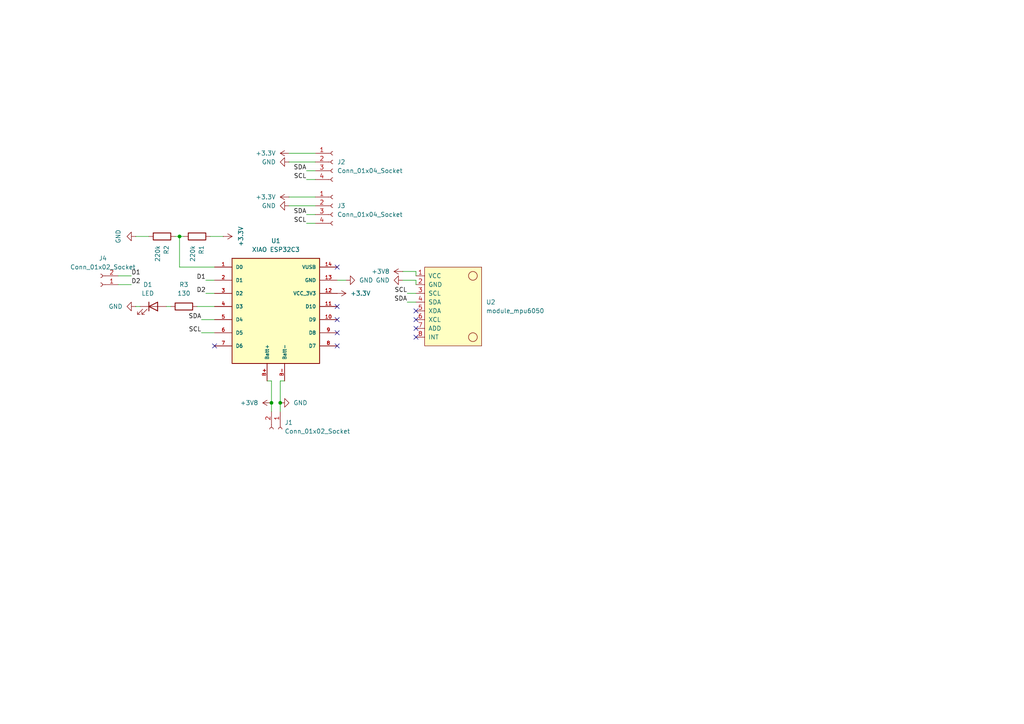
<source format=kicad_sch>
(kicad_sch (version 20231120) (generator "eeschema") (generator_version "8.0")
  (paper "A4")
  (lib_symbols
    (symbol "Connector:Conn_01x02_Socket" (pin_names (offset 1.016) hide)
      (property "Reference" "J" (at 0 2.54 0))
      (property "Value" "Conn_01x02_Socket" (at 0 -5.08 0))
      (symbol "Conn_01x02_Socket_1_1"
        (arc (start 0 -2.032) (mid -0.5058 -2.54) (end 0 -3.048) (stroke (width 0.1524)))
        (polyline (pts (xy -1.27 -2.54) (xy -0.508 -2.54)) (stroke (width 0.1524)))
        (polyline (pts (xy -1.27 0) (xy -0.508 0)) (stroke (width 0.1524)))
        (arc (start 0 0.508) (mid -0.5058 0) (end 0 -0.508) (stroke (width 0.1524)))
        (pin passive line (at -5.08 0 0) (length 3.81) (name "Pin_1") (number "1"))
        (pin passive line (at -5.08 -2.54 0) (length 3.81) (name "Pin_2") (number "2"))
      )
    )
    (symbol "Connector:Conn_01x04_Socket" (pin_names (offset 1.016) hide)
      (property "Reference" "J" (at 0 5.08 0))
      (property "Value" "Conn_01x04_Socket" (at 0 -7.62 0))
      (symbol "Conn_01x04_Socket_1_1"
        (arc (start 0 -4.572) (mid -0.5058 -5.08) (end 0 -5.588) (stroke (width 0.1524)))
        (arc (start 0 -2.032) (mid -0.5058 -2.54) (end 0 -3.048) (stroke (width 0.1524)))
        (polyline (pts (xy -1.27 -5.08) (xy -0.508 -5.08)) (stroke (width 0.1524)))
        (polyline (pts (xy -1.27 -2.54) (xy -0.508 -2.54)) (stroke (width 0.1524)))
        (polyline (pts (xy -1.27 0) (xy -0.508 0)) (stroke (width 0.1524)))
        (polyline (pts (xy -1.27 2.54) (xy -0.508 2.54)) (stroke (width 0.1524)))
        (arc (start 0 0.508) (mid -0.5058 0) (end 0 -0.508) (stroke (width 0.1524)))
        (arc (start 0 3.048) (mid -0.5058 2.54) (end 0 2.032) (stroke (width 0.1524)))
        (pin passive line (at -5.08 2.54 0) (length 3.81) (name "Pin_1") (number "1"))
        (pin passive line (at -5.08 0 0) (length 3.81) (name "Pin_2") (number "2"))
        (pin passive line (at -5.08 -2.54 0) (length 3.81) (name "Pin_3") (number "3"))
        (pin passive line (at -5.08 -5.08 0) (length 3.81) (name "Pin_4") (number "4"))
      )
    )
    (symbol "Device:LED" (pin_numbers hide) (pin_names (offset 1.016) hide)
      (property "Reference" "D" (at 0 2.54 0))
      (property "Value" "LED" (at 0 -2.54 0))
      (symbol "LED_0_1"
        (polyline (pts (xy -1.27 -1.27) (xy -1.27 1.27)) (stroke (width 0.254)))
        (polyline (pts (xy -1.27 0) (xy 1.27 0)))
        (polyline (pts (xy 1.27 -1.27) (xy 1.27 1.27) (xy -1.27 0) (xy 1.27 -1.27)) (stroke (width 0.254)))
        (polyline (pts (xy -3.048 -0.762) (xy -4.572 -2.286) (xy -3.81 -2.286) (xy -4.572 -2.286) (xy -4.572 -1.524)))
        (polyline (pts (xy -1.778 -0.762) (xy -3.302 -2.286) (xy -2.54 -2.286) (xy -3.302 -2.286) (xy -3.302 -1.524)))
      )
      (symbol "LED_1_1"
        (pin passive line (at -3.81 0 0) (length 2.54) (name "K") (number "1"))
        (pin passive line (at 3.81 0 180) (length 2.54) (name "A") (number "2"))
      )
    )
    (symbol "Device:R" (pin_numbers hide) (pin_names (offset 0))
      (property "Reference" "R" (at 2.032 0 90))
      (property "Value" "R" (at 0 0 90))
      (symbol "R_0_1"
        (rectangle (start -1.016 -2.54) (end 1.016 2.54) (stroke (width 0.254)))
      )
      (symbol "R_1_1"
        (pin passive line (at 0 3.81 270) (length 1.27) (name "~") (number "1"))
        (pin passive line (at 0 -3.81 90) (length 1.27) (name "~") (number "2"))
      )
    )
    (symbol "power:+3.3V" (power) (pin_numbers hide) (pin_names (offset 0) hide)
      (property "Value" "+3.3V" (at 0 3.556 0))
      (symbol "+3.3V_0_1"
        (polyline (pts (xy -0.762 1.27) (xy 0 2.54)))
        (polyline (pts (xy 0 0) (xy 0 2.54)))
        (polyline (pts (xy 0 2.54) (xy 0.762 1.27)))
      )
      (symbol "+3.3V_1_1"
        (pin power_in line (at 0 0 90) (length 0) (name "~") (number "1"))
      )
    )
    (symbol "power:+3V8" (power) (pin_numbers hide) (pin_names (offset 0) hide)
      (property "Value" "+3V8" (at 0 3.556 0))
      (symbol "+3V8_0_1"
        (polyline (pts (xy -0.762 1.27) (xy 0 2.54)))
        (polyline (pts (xy 0 0) (xy 0 2.54)))
        (polyline (pts (xy 0 2.54) (xy 0.762 1.27)))
      )
      (symbol "+3V8_1_1"
        (pin power_in line (at 0 0 90) (length 0) (name "~") (number "1"))
      )
    )
    (symbol "power:GND" (power) (pin_numbers hide) (pin_names (offset 0) hide)
      (property "Value" "GND" (at 0 -3.81 0))
      (symbol "GND_0_1"
        (polyline (pts (xy 0 0) (xy 0 -1.27) (xy 1.27 -1.27) (xy 0 -2.54) (xy -1.27 -1.27) (xy 0 -1.27)))
      )
      (symbol "GND_1_1"
        (pin power_in line (at 0 0 270) (length 0) (name "~") (number "1"))
      )
    )
    (symbol "usini_sensors:module_mpu6050" (pin_names (offset 1.016))
      (property "Reference" "U" (at 2.54 21.59 0))
      (property "Value" "module_mpu6050" (at 11.43 -3.81 0))
      (symbol "module_mpu6050_0_1"
        (rectangle (start 2.54 20.32) (end 19.05 -2.54) (fill (type background)))
        (circle (center 16.51 0) (radius 1.27))
        (circle (center 16.51 17.78) (radius 1.27))
      )
      (symbol "module_mpu6050_1_1"
        (pin input line (at 0 17.78 0) (length 2.54) (name "VCC") (number "1"))
        (pin input line (at 0 15.24 0) (length 2.54) (name "GND") (number "2"))
        (pin input line (at 0 12.7 0) (length 2.54) (name "SCL") (number "3"))
        (pin input line (at 0 10.16 0) (length 2.54) (name "SDA") (number "4"))
        (pin input line (at 0 7.62 0) (length 2.54) (name "XDA") (number "5"))
        (pin input line (at 0 5.08 0) (length 2.54) (name "XCL") (number "6"))
        (pin input line (at 0 2.54 0) (length 2.54) (name "ADD") (number "7"))
        (pin input line (at 0 0 0) (length 2.54) (name "INT") (number "8"))
      )
    )
    (symbol "xiao_esp32c3:XIAO ESP32C3" (pin_names (offset 1.016))
      (property "Reference" "U" (at -12.7 16.002 0))
      (property "Value" "XIAO ESP32C3" (at 7.62 -19.05 0))
      (symbol "XIAO ESP32C3_0_0"
        (rectangle (start -12.7 15.24) (end 12.7 -15.24) (stroke (width 0.254)) (fill (type background)))
        (pin bidirectional line (at -17.78 12.7 0) (length 5.08) (name "D0") (number "1"))
        (pin bidirectional line (at 17.78 -2.54 180) (length 5.08) (name "D9") (number "10"))
        (pin bidirectional line (at 17.78 1.27 180) (length 5.08) (name "D10") (number "11"))
        (pin power_in line (at 17.78 5.08 180) (length 5.08) (name "VCC_3V3") (number "12"))
        (pin power_in line (at 17.78 8.89 180) (length 5.08) (name "GND") (number "13"))
        (pin power_in line (at 17.78 12.7 180) (length 5.08) (name "VUSB") (number "14"))
        (pin bidirectional line (at -17.78 8.89 0) (length 5.08) (name "D1") (number "2"))
        (pin bidirectional line (at -17.78 5.08 0) (length 5.08) (name "D2") (number "3"))
        (pin bidirectional line (at -17.78 1.27 0) (length 5.08) (name "D3") (number "4"))
        (pin bidirectional line (at -17.78 -2.54 0) (length 5.08) (name "D4") (number "5"))
        (pin bidirectional line (at -17.78 -6.35 0) (length 5.08) (name "D5") (number "6"))
        (pin bidirectional line (at 17.78 -6.35 180) (length 5.08) (name "D8") (number "9"))
      )
      (symbol "XIAO ESP32C3_1_0"
        (pin bidirectional line (at -17.78 -10.16 0) (length 5.08) (name "D6") (number "7"))
        (pin bidirectional line (at 17.78 -10.16 180) (length 5.08) (name "D7") (number "8"))
        (pin power_in line (at -2.54 -20.32 90) (length 5.08) (name "Batt+") (number "B+"))
        (pin power_in line (at 2.54 -20.32 90) (length 5.08) (name "Batt-") (number "B-"))
      )
    )
  )
  (junction (at 78.74 116.84))
  (junction (at 81.28 116.84))
  (junction (at 52.07 68.58))
  (no_connect (at 97.79 77.47))
  (no_connect (at 97.79 92.71))
  (no_connect (at 97.79 88.9))
  (no_connect (at 97.79 96.52))
  (no_connect (at 120.65 97.79))
  (no_connect (at 97.79 100.33))
  (no_connect (at 62.23 100.33))
  (no_connect (at 120.65 95.25))
  (no_connect (at 120.65 90.17))
  (no_connect (at 120.65 92.71))
  (wire (pts (xy 52.07 77.47) (xy 62.23 77.47)))
  (wire (pts (xy 58.42 96.52) (xy 62.23 96.52)))
  (wire (pts (xy 57.15 88.9) (xy 62.23 88.9)))
  (wire (pts (xy 81.28 110.49) (xy 82.55 110.49)))
  (wire (pts (xy 88.9 52.07) (xy 91.44 52.07)))
  (wire (pts (xy 83.82 59.69) (xy 91.44 59.69)))
  (wire (pts (xy 78.74 110.49) (xy 78.74 116.84)))
  (wire (pts (xy 59.69 81.28) (xy 62.23 81.28)))
  (wire (pts (xy 78.74 110.49) (xy 77.47 110.49)))
  (wire (pts (xy 50.8 68.58) (xy 52.07 68.58)))
  (wire (pts (xy 97.79 81.28) (xy 100.33 81.28)))
  (wire (pts (xy 116.84 81.28) (xy 120.65 81.28)))
  (wire (pts (xy 118.11 85.09) (xy 120.65 85.09)))
  (wire (pts (xy 120.65 81.28) (xy 120.65 82.55)))
  (wire (pts (xy 83.82 46.99) (xy 91.44 46.99)))
  (wire (pts (xy 39.37 68.58) (xy 43.18 68.58)))
  (wire (pts (xy 64.77 68.58) (xy 60.96 68.58)))
  (wire (pts (xy 88.9 64.77) (xy 91.44 64.77)))
  (wire (pts (xy 81.28 116.84) (xy 81.28 110.49)))
  (wire (pts (xy 52.07 68.58) (xy 53.34 68.58)))
  (wire (pts (xy 83.82 44.45) (xy 91.44 44.45)))
  (wire (pts (xy 81.28 119.38) (xy 81.28 116.84)))
  (wire (pts (xy 83.82 57.15) (xy 91.44 57.15)))
  (wire (pts (xy 78.74 116.84) (xy 78.74 119.38)))
  (wire (pts (xy 116.84 78.74) (xy 120.65 78.74)))
  (wire (pts (xy 34.29 80.01) (xy 38.1 80.01)))
  (wire (pts (xy 48.26 88.9) (xy 49.53 88.9)))
  (wire (pts (xy 88.9 49.53) (xy 91.44 49.53)))
  (wire (pts (xy 120.65 78.74) (xy 120.65 80.01)))
  (wire (pts (xy 52.07 68.58) (xy 52.07 77.47)))
  (wire (pts (xy 39.37 88.9) (xy 40.64 88.9)))
  (wire (pts (xy 118.11 87.63) (xy 120.65 87.63)))
  (wire (pts (xy 59.69 85.09) (xy 62.23 85.09)))
  (wire (pts (xy 88.9 62.23) (xy 91.44 62.23)))
  (wire (pts (xy 58.42 92.71) (xy 62.23 92.71)))
  (wire (pts (xy 34.29 82.55) (xy 38.1 82.55)))
  (label "SCL" (at 88.9 52.07 180))
  (label "SDA" (at 88.9 62.23 180))
  (label "D2" (at 38.1 82.55 0))
  (label "SCL" (at 118.11 85.09 180))
  (label "D1" (at 59.69 81.28 180))
  (label "SCL" (at 58.42 96.52 180))
  (label "SDA" (at 118.11 87.63 180))
  (label "D2" (at 59.69 85.09 180))
  (label "SCL" (at 88.9 64.77 180))
  (label "D1" (at 38.1 80.01 0))
  (label "SDA" (at 58.42 92.71 180))
  (label "SDA" (at 88.9 49.53 180))
  (symbol (lib_id "Device:R") (at 53.34 88.9 90) (unit 1)
    (property "Reference" "R3" (at 53.34 82.55 90))
    (property "Value" "130" (at 53.34 85.09 90))
    (property "Footprint" "Resistor_SMD:R_1206_3216Metric_Pad1.30x1.75mm_HandSolder" (effects (hide yes)))
    (property "Description" "Resistor" (effects (hide yes)))
  )
  (symbol (lib_id "power:GND") (at 81.28 116.84 90) (unit 1)
    (property "Reference" "#PWR02" (effects (hide yes)))
    (property "Value" "GND" (at 85.09 116.8399 90) (effects (justify right)))
    (property "Description" "Power symbol creates a global label with name \"GND\" , ground" (effects (hide yes)))
  )
  (symbol (lib_id "Connector:Conn_01x02_Socket") (at 29.21 82.55 180) (unit 1)
    (property "Reference" "J4" (at 29.845 74.93 0))
    (property "Value" "Conn_01x02_Socket" (at 29.845 77.47 0))
    (property "Footprint" "Connector_JST:JST_EH_B2B-EH-A_1x02_P2.50mm_Vertical" (effects (hide yes)))
    (property "Description" "Generic connector, single row, 01x02, script generated" (effects (hide yes)))
  )
  (symbol (lib_id "power:+3.3V") (at 83.82 44.45 90) (unit 1)
    (property "Reference" "#PWR05" (effects (hide yes)))
    (property "Value" "+3.3V" (at 80.01 44.4499 90) (effects (justify left)))
    (property "Description" "Power symbol creates a global label with name \"+3.3V\"" (effects (hide yes)))
  )
  (symbol (lib_id "Connector:Conn_01x04_Socket") (at 96.52 59.69 0) (unit 1)
    (property "Reference" "J3" (at 97.79 59.6899 0) (effects (justify left)))
    (property "Value" "Conn_01x04_Socket" (at 97.79 62.2299 0) (effects (justify left)))
    (property "Footprint" "Connector_JST:JST_EH_B4B-EH-A_1x04_P2.50mm_Vertical" (effects (hide yes)))
    (property "Description" "Generic connector, single row, 01x04, script generated" (effects (hide yes)))
  )
  (symbol (lib_id "power:+3.3V") (at 97.79 85.09 270) (unit 1)
    (property "Reference" "#PWR01" (effects (hide yes)))
    (property "Value" "+3.3V" (at 101.6 85.0899 90) (effects (justify left)))
    (property "Description" "Power symbol creates a global label with name \"+3.3V\"" (effects (hide yes)))
  )
  (symbol (lib_id "Device:R") (at 57.15 68.58 90) (unit 1)
    (property "Reference" "R1" (at 58.4201 71.12 0) (effects (justify right)))
    (property "Value" "220k" (at 55.8801 71.12 0) (effects (justify right)))
    (property "Footprint" "Resistor_SMD:R_1206_3216Metric_Pad1.30x1.75mm_HandSolder" (effects (hide yes)))
    (property "Description" "Resistor" (effects (hide yes)))
  )
  (symbol (lib_id "power:GND") (at 83.82 46.99 270) (unit 1)
    (property "Reference" "#PWR07" (effects (hide yes)))
    (property "Value" "GND" (at 80.01 46.9899 90) (effects (justify right)))
    (property "Description" "Power symbol creates a global label with name \"GND\" , ground" (effects (hide yes)))
  )
  (symbol (lib_id "Device:R") (at 46.99 68.58 270) (unit 1)
    (property "Reference" "R2" (at 48.2601 71.12 0) (effects (justify left)))
    (property "Value" "220k" (at 45.7201 71.12 0) (effects (justify left)))
    (property "Footprint" "Resistor_SMD:R_1206_3216Metric_Pad1.30x1.75mm_HandSolder" (effects (hide yes)))
    (property "Description" "Resistor" (effects (hide yes)))
  )
  (symbol (lib_id "usini_sensors:module_mpu6050") (at 120.65 97.79 0) (unit 1)
    (property "Reference" "U2" (at 140.97 87.6299 0) (effects (justify left)))
    (property "Value" "module_mpu6050" (at 140.97 90.1699 0) (effects (justify left)))
    (property "Footprint" "usini_sensors:module_mpu6050" (effects (hide yes)))
  )
  (symbol (lib_id "power:+3V8") (at 78.74 116.84 90) (unit 1)
    (property "Reference" "#PWR08" (effects (hide yes)))
    (property "Value" "+3V8" (at 74.93 116.8399 90) (effects (justify left)))
    (property "Description" "Power symbol creates a global label with name \"+3V8\"" (effects (hide yes)))
  )
  (symbol (lib_id "Device:LED") (at 44.45 88.9 0) (unit 1)
    (property "Reference" "D1" (at 42.8625 82.55 0))
    (property "Value" "LED" (at 42.8625 85.09 0))
    (property "Footprint" "LED_SMD:LED_0805_2012Metric" (effects (hide yes)))
    (property "Description" "Light emitting diode" (effects (hide yes)))
  )
  (symbol (lib_id "power:GND") (at 83.82 59.69 270) (unit 1)
    (property "Reference" "#PWR011" (effects (hide yes)))
    (property "Value" "GND" (at 80.01 59.6899 90) (effects (justify right)))
    (property "Description" "Power symbol creates a global label with name \"GND\" , ground" (effects (hide yes)))
  )
  (symbol (lib_id "Connector:Conn_01x02_Socket") (at 81.28 124.46 270) (unit 1)
    (property "Reference" "J1" (at 82.55 122.5549 90) (effects (justify left)))
    (property "Value" "Conn_01x02_Socket" (at 82.55 125.0949 90) (effects (justify left)))
    (property "Footprint" "Connector_JST:JST_EH_B2B-EH-A_1x02_P2.50mm_Vertical" (effects (hide yes)))
    (property "Description" "Generic connector, single row, 01x02, script generated" (effects (hide yes)))
  )
  (symbol (lib_id "power:GND") (at 100.33 81.28 90) (unit 1)
    (property "Reference" "#PWR013" (effects (hide yes)))
    (property "Value" "GND" (at 104.14 81.2799 90) (effects (justify right)))
    (property "Description" "Power symbol creates a global label with name \"GND\" , ground" (effects (hide yes)))
  )
  (symbol (lib_id "power:GND") (at 39.37 88.9 270) (unit 1)
    (property "Reference" "#PWR012" (effects (hide yes)))
    (property "Value" "GND" (at 35.56 88.8999 90) (effects (justify right)))
    (property "Description" "Power symbol creates a global label with name \"GND\" , ground" (effects (hide yes)))
  )
  (symbol (lib_id "xiao_esp32c3:XIAO ESP32C3") (at 80.01 90.17 0) (unit 1)
    (property "Reference" "U1" (at 80.01 69.85 0))
    (property "Value" "XIAO ESP32C3" (at 80.01 72.39 0))
    (property "Footprint" "XIAO_ESP32C3-main:xiao_esp32c3" (effects (hide yes)))
    (property "Datasheet" "https://files.seeedstudio.com/wiki/Seeed-Studio-XIAO-ESP32/esp32-c3_datasheet.pdf" (effects (hide yes)))
    (property "Description" "ESP32C3 Transceiver Evaluation Board" (effects (hide yes)))
    (property "MANUFACTURER" "Seeed Technology" (effects (hide yes)))
  )
  (symbol (lib_id "power:GND") (at 116.84 81.28 270) (unit 1)
    (property "Reference" "#PWR06" (effects (hide yes)))
    (property "Value" "GND" (at 113.03 81.2799 90) (effects (justify right)))
    (property "Description" "Power symbol creates a global label with name \"GND\" , ground" (effects (hide yes)))
  )
  (symbol (lib_id "Connector:Conn_01x04_Socket") (at 96.52 46.99 0) (unit 1)
    (property "Reference" "J2" (at 97.79 46.9899 0) (effects (justify left)))
    (property "Value" "Conn_01x04_Socket" (at 97.79 49.5299 0) (effects (justify left)))
    (property "Footprint" "Connector_JST:JST_EH_B4B-EH-A_1x04_P2.50mm_Vertical" (effects (hide yes)))
    (property "Description" "Generic connector, single row, 01x04, script generated" (effects (hide yes)))
  )
  (symbol (lib_id "power:GND") (at 39.37 68.58 270) (unit 1)
    (property "Reference" "#PWR04" (effects (hide yes)))
    (property "Value" "GND" (at 34.29 68.58 0))
    (property "Description" "Power symbol creates a global label with name \"GND\" , ground" (effects (hide yes)))
  )
  (symbol (lib_id "power:+3.3V") (at 64.77 68.58 270) (unit 1)
    (property "Reference" "#PWR03" (effects (hide yes)))
    (property "Value" "+3.3V" (at 69.85 68.58 0))
    (property "Description" "Power symbol creates a global label with name \"+3.3V\"" (effects (hide yes)))
  )
  (symbol (lib_id "power:+3V8") (at 116.84 78.74 90) (unit 1)
    (property "Reference" "#PWR09" (effects (hide yes)))
    (property "Value" "+3V8" (at 113.03 78.7399 90) (effects (justify left)))
    (property "Description" "Power symbol creates a global label with name \"+3V8\"" (effects (hide yes)))
  )
  (symbol (lib_id "power:+3.3V") (at 83.82 57.15 90) (unit 1)
    (property "Reference" "#PWR010" (effects (hide yes)))
    (property "Value" "+3.3V" (at 80.01 57.1499 90) (effects (justify left)))
    (property "Description" "Power symbol creates a global label with name \"+3.3V\"" (effects (hide yes)))
  )
)
</source>
